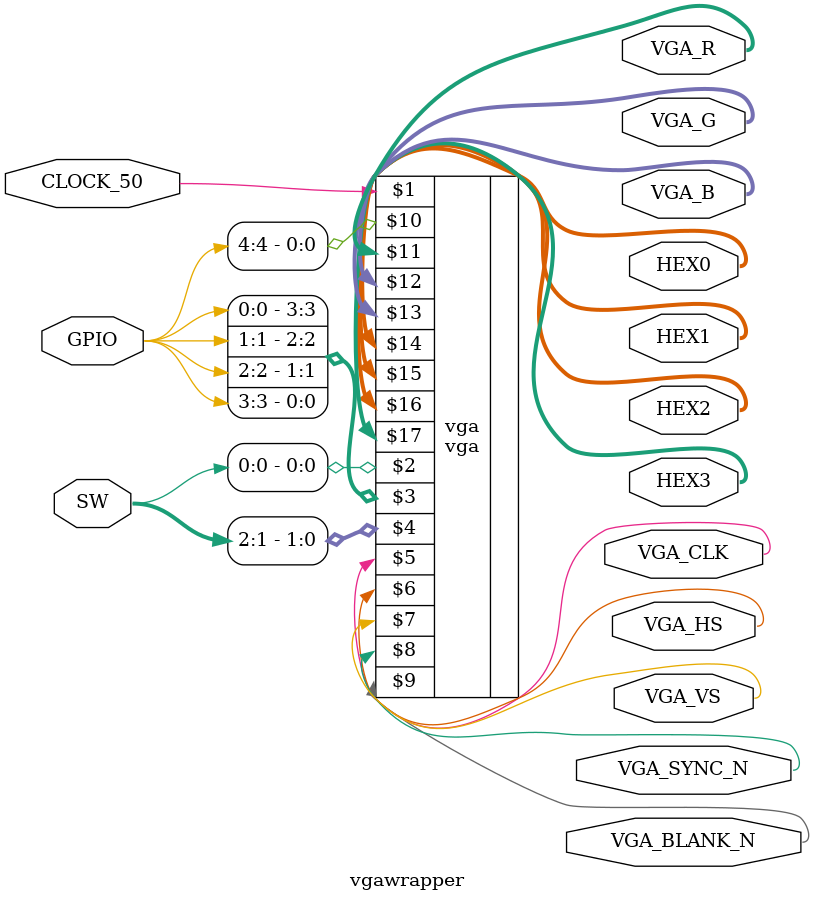
<source format=sv>
module vgawrapper(input  logic       CLOCK_50,
                  input  logic [2:0] SW,
						      inout  logic [4:0] GPIO,
                  output logic       VGA_CLK, 
                  output logic       VGA_HS,
                  output logic       VGA_VS,
                  output logic       VGA_SYNC_N,
                  output logic       VGA_BLANK_N,
                  output logic [7:0] VGA_R,
                  output logic [7:0] VGA_G,
                  output logic [7:0] VGA_B,
                  output logic [6:0] HEX0, HEX1, HEX2, HEX3);
						
  vga vga(CLOCK_50, SW[0], {GPIO[0], GPIO[1], GPIO[2], GPIO[3]},
          SW[2:1], VGA_CLK, VGA_HS, VGA_VS, VGA_SYNC_N, VGA_BLANK_N,
		      GPIO[4], VGA_R, VGA_G, VGA_B, HEX0, HEX1, HEX2, HEX3);
			 
endmodule

</source>
